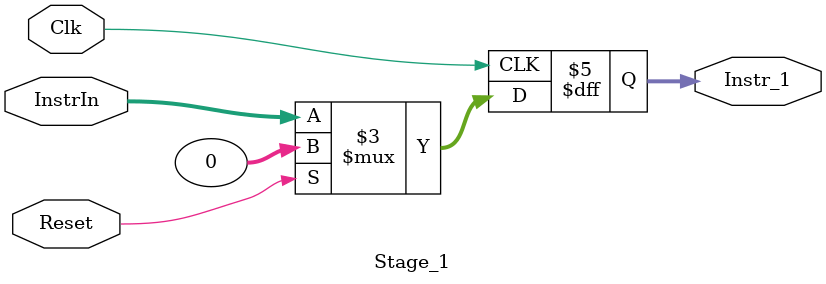
<source format=v>
`timescale 1ns / 1ps



module Stage_1(InstrIn, Clk, Reset,
					Instr_1);

//Inputs-------------------------------
input	[31:0] InstrIn;
input	Clk, Reset;
//Outputs------------------------------
output reg [31:0] Instr_1;
//Code---------------------------------
//Pass instruction at every clock cycle
always @(posedge Clk)
		if (Reset)
		begin
			Instr_1 <= 0;
		end
		
		else
		begin
			Instr_1 <= InstrIn;
		end
endmodule

</source>
